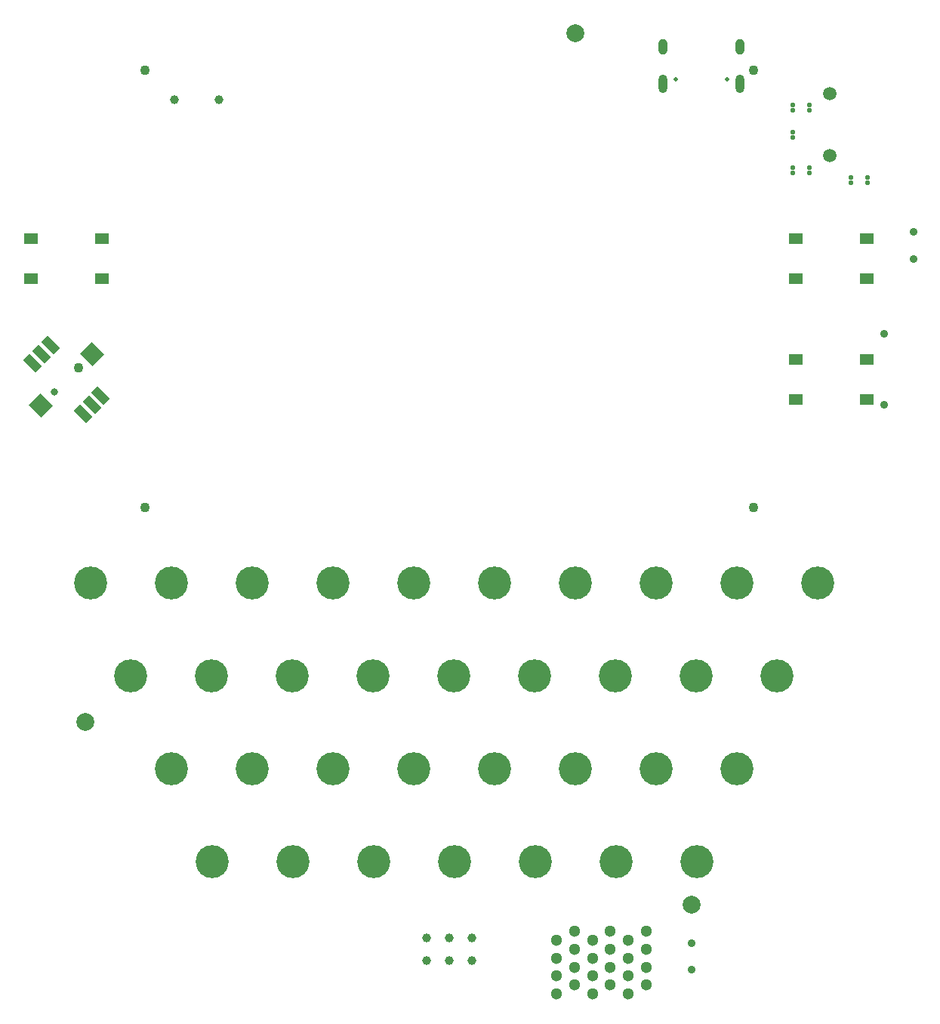
<source format=gbr>
G04 #@! TF.GenerationSoftware,KiCad,Pcbnew,7.99.0-1.20230515git1adcb86.fc37*
G04 #@! TF.CreationDate,2023-05-21T15:33:58+01:00*
G04 #@! TF.ProjectId,tr23-badge-r2,74723233-2d62-4616-9467-652d72322e6b,r2*
G04 #@! TF.SameCoordinates,Original*
G04 #@! TF.FileFunction,Soldermask,Top*
G04 #@! TF.FilePolarity,Negative*
%FSLAX46Y46*%
G04 Gerber Fmt 4.6, Leading zero omitted, Abs format (unit mm)*
G04 Created by KiCad (PCBNEW 7.99.0-1.20230515git1adcb86.fc37) date 2023-05-21 15:33:58*
%MOMM*%
%LPD*%
G01*
G04 APERTURE LIST*
G04 Aperture macros list*
%AMRotRect*
0 Rectangle, with rotation*
0 The origin of the aperture is its center*
0 $1 length*
0 $2 width*
0 $3 Rotation angle, in degrees counterclockwise*
0 Add horizontal line*
21,1,$1,$2,0,0,$3*%
G04 Aperture macros list end*
%ADD10C,1.300000*%
%ADD11C,2.000000*%
%ADD12C,1.100000*%
%ADD13R,1.550000X1.300000*%
%ADD14C,0.800000*%
%ADD15RotRect,2.000000X1.000000X135.000000*%
%ADD16RotRect,2.000000X1.800000X135.000000*%
%ADD17C,0.500000*%
%ADD18O,1.000000X2.100000*%
%ADD19O,1.000000X1.800000*%
%ADD20C,0.900000*%
%ADD21C,1.000000*%
%ADD22C,1.500000*%
%ADD23C,0.550000*%
%ADD24C,3.700000*%
G04 APERTURE END LIST*
D10*
G04 #@! TO.C,SPEAKER1*
X168600000Y-151850000D03*
X164600000Y-151850000D03*
X160600000Y-151850000D03*
X170600000Y-150850000D03*
X166600000Y-150850000D03*
X162600000Y-150850000D03*
X168600000Y-149850000D03*
X164600000Y-149850000D03*
X160600000Y-149850000D03*
X170600000Y-148850000D03*
X166600000Y-148850000D03*
X162600000Y-148850000D03*
X168600000Y-147850000D03*
X164600000Y-147850000D03*
X160600000Y-147850000D03*
X170600000Y-146850000D03*
X166600000Y-146850000D03*
X162600000Y-146850000D03*
X168600000Y-145850000D03*
X164600000Y-145850000D03*
X160600000Y-145850000D03*
X170600000Y-144850000D03*
X166600000Y-144850000D03*
X162600000Y-144850000D03*
G04 #@! TD*
D11*
G04 #@! TO.C,FID1*
X107702000Y-121357500D03*
G04 #@! TD*
G04 #@! TO.C,FID2*
X162702000Y-44157500D03*
G04 #@! TD*
G04 #@! TO.C,FID3*
X175702000Y-141857500D03*
G04 #@! TD*
D12*
G04 #@! TO.C,DISP1*
X114377500Y-97362500D03*
X182627500Y-97362500D03*
X114377500Y-48322500D03*
X182627500Y-48322500D03*
G04 #@! TD*
D13*
G04 #@! TO.C,S4*
X101647000Y-67167500D03*
X109607000Y-67167500D03*
X109607000Y-71667500D03*
X101647000Y-71667500D03*
G04 #@! TD*
D14*
G04 #@! TO.C,S5*
X104283497Y-84336003D03*
D12*
X106970503Y-81648997D03*
D15*
X107447801Y-86828555D03*
X108455427Y-85820927D03*
X109463054Y-84813300D03*
X101790946Y-81171700D03*
X102798573Y-80164073D03*
X103806200Y-79156446D03*
D16*
X102763218Y-85856282D03*
X108490783Y-80128718D03*
G04 #@! TD*
D13*
G04 #@! TO.C,S6*
X187397000Y-67167500D03*
X195357000Y-67167500D03*
X195357000Y-71667500D03*
X187397000Y-71667500D03*
G04 #@! TD*
G04 #@! TO.C,S7*
X187397000Y-80742500D03*
X195357000Y-80742500D03*
X195357000Y-85242500D03*
X187397000Y-85242500D03*
G04 #@! TD*
D17*
G04 #@! TO.C,J2*
X173910001Y-49357500D03*
X179689999Y-49357500D03*
D18*
X172480000Y-49857500D03*
D19*
X172480000Y-45707500D03*
D18*
X181120000Y-49857500D03*
D19*
X181120000Y-45707500D03*
G04 #@! TD*
D20*
G04 #@! TO.C,S3*
X200650000Y-69457500D03*
X200650000Y-66457500D03*
G04 #@! TD*
G04 #@! TO.C,J7*
X197300000Y-77807500D03*
X197300000Y-85807500D03*
G04 #@! TD*
D21*
G04 #@! TO.C,J3*
X117700000Y-51607500D03*
X122700000Y-51607500D03*
G04 #@! TD*
D22*
G04 #@! TO.C,J5*
X191250000Y-50907500D03*
X191250000Y-57907500D03*
D23*
X187050000Y-55207500D03*
X187050000Y-55807500D03*
X187050000Y-52207500D03*
X188950000Y-52207500D03*
X187050000Y-52807500D03*
X188950000Y-52807500D03*
X193550000Y-60307500D03*
X195450000Y-60307500D03*
X193550000Y-60907500D03*
X195450000Y-60907500D03*
X187050000Y-59207500D03*
X188950000Y-59207500D03*
X187050000Y-59807500D03*
X188950000Y-59807500D03*
G04 #@! TD*
D24*
G04 #@! TO.C,SW5*
X180793000Y-105752500D03*
G04 #@! TD*
G04 #@! TO.C,SW14*
X153605000Y-126582500D03*
G04 #@! TD*
G04 #@! TO.C,SW12*
X162669000Y-105752500D03*
G04 #@! TD*
D21*
G04 #@! TO.C,J6*
X145967000Y-148145500D03*
X145967000Y-145605500D03*
X148507000Y-148145500D03*
X148507000Y-145605500D03*
X151047000Y-148145500D03*
X151047000Y-145605500D03*
G04 #@! TD*
D24*
G04 #@! TO.C,SW16*
X149075000Y-116172500D03*
G04 #@! TD*
G04 #@! TO.C,SW32*
X158205000Y-136992500D03*
G04 #@! TD*
G04 #@! TO.C,SW1*
X189855000Y-105752500D03*
G04 #@! TD*
G04 #@! TO.C,SW28*
X117357000Y-126582500D03*
G04 #@! TD*
G04 #@! TO.C,SW21*
X131019000Y-136992500D03*
G04 #@! TD*
G04 #@! TO.C,SW26*
X126421000Y-105752500D03*
G04 #@! TD*
G04 #@! TO.C,SW18*
X144545000Y-105752500D03*
G04 #@! TD*
G04 #@! TO.C,SW29*
X117359000Y-105752500D03*
G04 #@! TD*
G04 #@! TO.C,SW34*
X140081000Y-136992500D03*
G04 #@! TD*
G04 #@! TO.C,SW31*
X108297000Y-105752500D03*
G04 #@! TD*
G04 #@! TO.C,SW8*
X167267000Y-136992500D03*
G04 #@! TD*
G04 #@! TO.C,SW30*
X112827000Y-116172500D03*
G04 #@! TD*
G04 #@! TO.C,SW9*
X171731000Y-105752500D03*
G04 #@! TD*
G04 #@! TO.C,SW20*
X135481000Y-126582500D03*
G04 #@! TD*
G04 #@! TO.C,SW7*
X171729000Y-126582500D03*
G04 #@! TD*
G04 #@! TO.C,SW10*
X167199000Y-116172500D03*
G04 #@! TD*
G04 #@! TO.C,SW27*
X121889000Y-116172500D03*
G04 #@! TD*
G04 #@! TO.C,SW2*
X185323000Y-116172500D03*
G04 #@! TD*
G04 #@! TO.C,SW23*
X130951000Y-116172500D03*
G04 #@! TD*
G04 #@! TO.C,SW3*
X180791000Y-126582500D03*
G04 #@! TD*
G04 #@! TO.C,SW13*
X158137000Y-116172500D03*
G04 #@! TD*
G04 #@! TO.C,SW15*
X153607000Y-105752500D03*
G04 #@! TD*
D20*
G04 #@! TO.C,S8*
X175705000Y-149150000D03*
X175705000Y-146150000D03*
G04 #@! TD*
D24*
G04 #@! TO.C,SW11*
X162667000Y-126582500D03*
G04 #@! TD*
G04 #@! TO.C,SW17*
X144543000Y-126582500D03*
G04 #@! TD*
G04 #@! TO.C,SW4*
X176329000Y-136992500D03*
G04 #@! TD*
G04 #@! TO.C,SW6*
X176261000Y-116172500D03*
G04 #@! TD*
G04 #@! TO.C,SW33*
X149143000Y-136992500D03*
G04 #@! TD*
G04 #@! TO.C,SW24*
X126419000Y-126582500D03*
G04 #@! TD*
G04 #@! TO.C,SW25*
X121957000Y-136992500D03*
G04 #@! TD*
G04 #@! TO.C,SW19*
X140013000Y-116172500D03*
G04 #@! TD*
G04 #@! TO.C,SW22*
X135483000Y-105752500D03*
G04 #@! TD*
M02*

</source>
